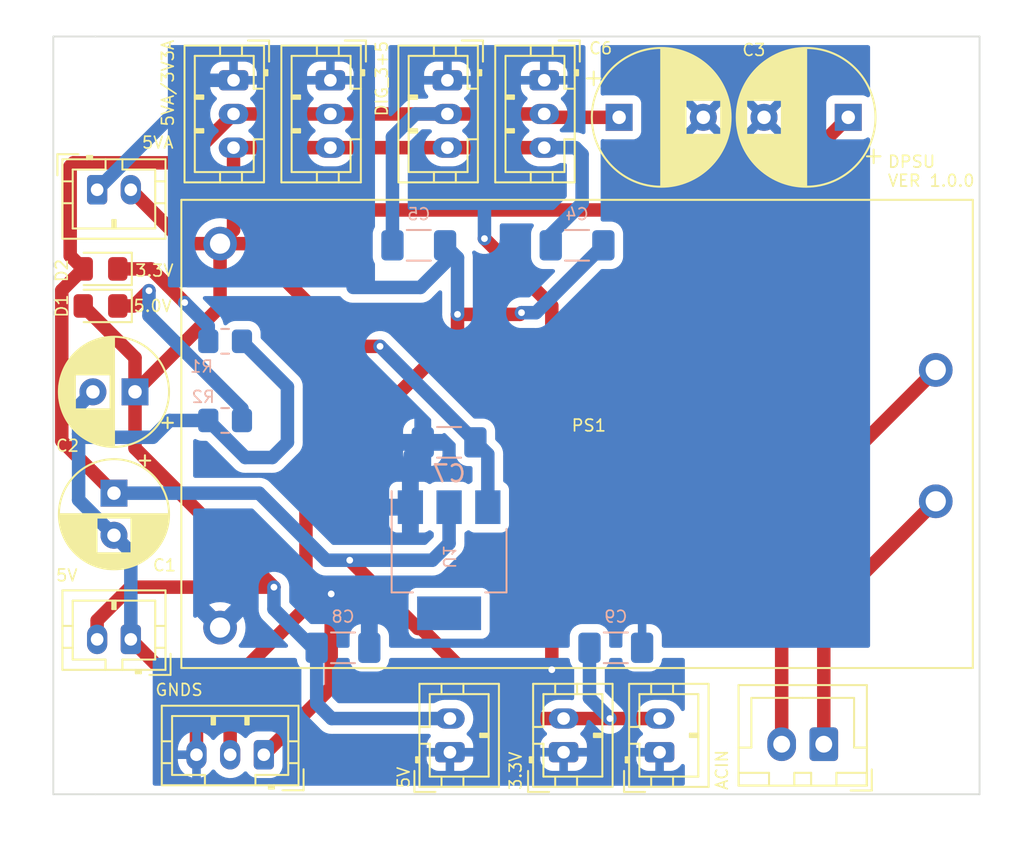
<source format=kicad_pcb>
(kicad_pcb (version 20211014) (generator pcbnew)
  (layers (0 "F.Cu" signal) (31 "B.Cu" signal) (34 "B.Paste" user) (35 "F.Paste" user) (36 "B.SilkS" user "B.Silkscreen") (37 "F.SilkS" user "F.Silkscreen") (38 "B.Mask" user) (39 "F.Mask" user) (44 "Edge.Cuts" user))
  (net 0 "")
  (net 1 "5V")
  (net 2 "VNEG")
  (net 3 "VIN")
  (net 4 "3V3")
  (net 5 "Net-(D2-Pad1)")
  (net 6 "Net-(D1-Pad1)")
  (net 7 "AGND")
  (net 8 "GND")
  (net 9 "PGND")
  (footprint "Connector_JST:JST_PH_B2B-PH-K_1x02_P2.00mm_Vertical" (layer "F.Cu") (at 134.6 105.8 180)
    (fp_text reference "DIG1" hide)
    (fp_text value "Conn_01x02_Male")
    (pad "1" thru_hole roundrect (at 0 0 180) (size 1.2 1.75) (drill 0.75) (layers *.Cu *.Mask) (roundrect_rratio 0.2083333333) (net 8 "GND"))
    (pad "2" thru_hole oval (at 2 0 180) (size 1.2 1.75) (drill 0.75) (layers *.Cu *.Mask) (net 1 "5V"))
  )
  (footprint "LED_SMD:LED_0805_2012Metric_Pad1.15x1.40mm_HandSolder" (layer "F.Cu") (at 132.8 83.8 180)
    (fp_text reference "D2" (at 2.3 -0.1 90 unlocked) (layer "F.SilkS") (effects (font (size 0.7 0.7) (thickness 0.1))))
    (fp_text value "GREEN")
    (pad "1" smd roundrect (at -1.025 0 180) (size 1.15 1.4) (layers "F.Cu" "F.Paste" "F.Mask") (roundrect_rratio 0.2173913043) (net 5 "Net-(D2-Pad1)"))
    (pad "2" smd roundrect (at 1.025 0 180) (size 1.15 1.4) (layers "F.Cu" "F.Paste" "F.Mask") (roundrect_rratio 0.2173913043) (net 4 "3V3"))
  )
  (footprint "MountingHole:MountingHole_3.2mm_M3" (layer "F.Cu") (at 182.5 72.5)
    (fp_text reference "H1" hide)
    (fp_text value "MountingHole")
    (pad "" np_thru_hole circle (at 0 0) (size 3.2 3.2) (drill 3.2) (layers *.Cu *.Mask))
  )
  (footprint "MountingHole:MountingHole_3.2mm_M3" (layer "F.Cu") (at 132.5 112.5)
    (fp_text reference "H2" hide)
    (fp_text value "MountingHole")
    (pad "" np_thru_hole circle (at 0 0) (size 3.2 3.2) (drill 3.2) (layers *.Cu *.Mask))
  )
  (footprint "Connector_JST:JST_PH_B3B-PH-K_1x03_P2.00mm_Vertical" (layer "F.Cu") (at 153.4 72.6 -90)
    (fp_text reference "ANAL4" hide)
    (fp_text value "Conn_01x03_Male")
    (pad "1" thru_hole roundrect (at 0 0 270) (size 1.2 1.75) (drill 0.75) (layers *.Cu *.Mask) (roundrect_rratio 0.2083333333) (net 8 "GND"))
    (pad "2" thru_hole oval (at 2 0 270) (size 1.2 1.75) (drill 0.75) (layers *.Cu *.Mask) (net 4 "3V3"))
    (pad "3" thru_hole oval (at 4 0 270) (size 1.2 1.75) (drill 0.75) (layers *.Cu *.Mask) (net 1 "5V"))
  )
  (footprint "Connector_JST:JST_PH_B3B-PH-K_1x03_P2.00mm_Vertical" (layer "F.Cu") (at 140.7 72.6 -90)
    (fp_text reference "ANAL3" hide)
    (fp_text value "Conn_01x03_Male")
    (pad "1" thru_hole roundrect (at 0 0 270) (size 1.2 1.75) (drill 0.75) (layers *.Cu *.Mask) (roundrect_rratio 0.2083333333) (net 7 "AGND"))
    (pad "2" thru_hole oval (at 2 0 270) (size 1.2 1.75) (drill 0.75) (layers *.Cu *.Mask) (net 4 "3V3"))
    (pad "3" thru_hole oval (at 4 0 270) (size 1.2 1.75) (drill 0.75) (layers *.Cu *.Mask) (net 1 "5V"))
  )
  (footprint "Connector_JST:JST_PH_B2B-PH-K_1x02_P2.00mm_Vertical" (layer "F.Cu") (at 153.55 112.5 90)
    (fp_text reference "DIG5" hide)
    (fp_text value "Conn_01x02_Male")
    (pad "1" thru_hole roundrect (at 0 0 90) (size 1.2 1.75) (drill 0.75) (layers *.Cu *.Mask) (roundrect_rratio 0.2083333333) (net 8 "GND"))
    (pad "2" thru_hole oval (at 2 0 90) (size 1.2 1.75) (drill 0.75) (layers *.Cu *.Mask) (net 1 "5V"))
  )
  (footprint "Connector_JST:JST_PH_B2B-PH-K_1x02_P2.00mm_Vertical" (layer "F.Cu") (at 166 112.5 90)
    (fp_text reference "DIG2" hide)
    (fp_text value "Conn_01x02_Male")
    (pad "1" thru_hole roundrect (at 0 0 90) (size 1.2 1.75) (drill 0.75) (layers *.Cu *.Mask) (roundrect_rratio 0.2083333333) (net 8 "GND"))
    (pad "2" thru_hole oval (at 2 0 90) (size 1.2 1.75) (drill 0.75) (layers *.Cu *.Mask) (net 4 "3V3"))
  )
  (footprint "LED_SMD:LED_0805_2012Metric_Pad1.15x1.40mm_HandSolder" (layer "F.Cu") (at 132.8 86 180)
    (fp_text reference "D1" (at 2.3 0 90 unlocked) (layer "F.SilkS") (effects (font (size 0.7 0.7) (thickness 0.1))))
    (fp_text value "BLUE")
    (pad "1" smd roundrect (at -1.025 0 180) (size 1.15 1.4) (layers "F.Cu" "F.Paste" "F.Mask") (roundrect_rratio 0.2173913043) (net 6 "Net-(D1-Pad1)"))
    (pad "2" smd roundrect (at 1.025 0 180) (size 1.15 1.4) (layers "F.Cu" "F.Paste" "F.Mask") (roundrect_rratio 0.2173913043) (net 1 "5V"))
  )
  (footprint "MountingHole:MountingHole_3.2mm_M3" (layer "F.Cu") (at 132.5 72.5)
    (fp_text reference "H4" hide)
    (fp_text value "MountingHole")
    (pad "" np_thru_hole circle (at 0 0) (size 3.2 3.2) (drill 3.2) (layers *.Cu *.Mask))
  )
  (footprint "Capacitor_THT:CP_Radial_D8.0mm_P5.00mm" (layer "F.Cu") (at 177.202651 74.8 180)
    (fp_text reference "C3" (at 5.602651 4 unlocked) (layer "F.SilkS") (effects (font (size 0.7 0.7) (thickness 0.1))))
    (fp_text value "47U")
    (pad "1" thru_hole rect (at 0 0 180) (size 1.6 1.6) (drill 0.8) (layers *.Cu *.Mask) (net 1 "5V"))
    (pad "2" thru_hole circle (at 5 0 180) (size 1.6 1.6) (drill 0.8) (layers *.Cu *.Mask) (net 9 "PGND"))
  )
  (footprint "Connector_JST:JST_PH_B3B-PH-K_1x03_P2.00mm_Vertical" (layer "F.Cu") (at 142.5 112.65 180)
    (fp_text reference "J2" hide)
    (fp_text value "Conn_01x03_Male")
    (pad "1" thru_hole roundrect (at 0 0 180) (size 1.2 1.75) (drill 0.75) (layers *.Cu *.Mask) (roundrect_rratio 0.2083333333) (net 9 "PGND"))
    (pad "2" thru_hole oval (at 2 0 180) (size 1.2 1.75) (drill 0.75) (layers *.Cu *.Mask) (net 7 "AGND"))
    (pad "3" thru_hole oval (at 4 0 180) (size 1.2 1.75) (drill 0.75) (layers *.Cu *.Mask) (net 8 "GND"))
  )
  (footprint "Connector_JST:JST_PH_B3B-PH-K_1x03_P2.00mm_Vertical" (layer "F.Cu") (at 146.45 72.6 -90)
    (fp_text reference "ANAL2" hide)
    (fp_text value "Conn_01x03_Male")
    (pad "1" thru_hole roundrect (at 0 0 270) (size 1.2 1.75) (drill 0.75) (layers *.Cu *.Mask) (roundrect_rratio 0.2083333333) (net 7 "AGND"))
    (pad "2" thru_hole oval (at 2 0 270) (size 1.2 1.75) (drill 0.75) (layers *.Cu *.Mask) (net 4 "3V3"))
    (pad "3" thru_hole oval (at 4 0 270) (size 1.2 1.75) (drill 0.75) (layers *.Cu *.Mask) (net 1 "5V"))
  )
  (footprint "Capacitor_THT:CP_Radial_D8.0mm_P5.00mm" (layer "F.Cu") (at 163.597349 74.8)
    (fp_text reference "C6" (at -1.097349 -4.1 unlocked) (layer "F.SilkS") (effects (font (size 0.7 0.7) (thickness 0.1))))
    (fp_text value "47U")
    (pad "1" thru_hole rect (at 0 0) (size 1.6 1.6) (drill 0.8) (layers *.Cu *.Mask) (net 4 "3V3"))
    (pad "2" thru_hole circle (at 5 0) (size 1.6 1.6) (drill 0.8) (layers *.Cu *.Mask) (net 9 "PGND"))
  )
  (footprint "Connector_JST:JST_XH_B2B-XH-A_1x02_P2.50mm_Vertical" (layer "F.Cu") (at 175.75 112.025 180)
    (fp_text reference "J1" hide)
    (fp_text value "Conn_01x02_Male" hide)
    (pad "1" thru_hole roundrect (at 0 0 180) (size 1.7 2) (drill 1) (layers *.Cu *.Mask) (roundrect_rratio 0.1470588235) (net 3 "VIN"))
    (pad "2" thru_hole oval (at 2.5 0 180) (size 1.7 2) (drill 1) (layers *.Cu *.Mask) (net 2 "VNEG"))
  )
  (footprint "Connector_JST:JST_PH_B3B-PH-K_1x03_P2.00mm_Vertical" (layer "F.Cu") (at 159.15 72.6 -90)
    (fp_text reference "ANAL5" hide)
    (fp_text value "Conn_01x03_Male")
    (pad "1" thru_hole roundrect (at 0 0 270) (size 1.2 1.75) (drill 0.75) (layers *.Cu *.Mask) (roundrect_rratio 0.2083333333) (net 8 "GND"))
    (pad "2" thru_hole oval (at 2 0 270) (size 1.2 1.75) (drill 0.75) (layers *.Cu *.Mask) (net 4 "3V3"))
    (pad "3" thru_hole oval (at 4 0 270) (size 1.2 1.75) (drill 0.75) (layers *.Cu *.Mask) (net 1 "5V"))
  )
  (footprint "Capacitor_THT:CP_Radial_D6.3mm_P2.50mm" (layer "F.Cu") (at 133.6 97.117621 -90)
    (fp_text reference "C1" (at 4.282379 -3 unlocked) (layer "F.SilkS") (effects (font (size 0.7 0.7) (thickness 0.1))))
    (fp_text value "47U")
    (pad "1" thru_hole rect (at 0 0 270) (size 1.6 1.6) (drill 0.8) (layers *.Cu *.Mask) (net 4 "3V3"))
    (pad "2" thru_hole circle (at 2.5 0 270) (size 1.6 1.6) (drill 0.8) (layers *.Cu *.Mask) (net 8 "GND"))
  )
  (footprint "Connector_JST:JST_PH_B2B-PH-K_1x02_P2.00mm_Vertical" (layer "F.Cu") (at 132.6 79.1)
    (fp_text reference "ANAL1" hide)
    (fp_text value "Conn_01x02_Male")
    (pad "1" thru_hole roundrect (at 0 0) (size 1.2 1.75) (drill 0.75) (layers *.Cu *.Mask) (roundrect_rratio 0.2083333333) (net 7 "AGND"))
    (pad "2" thru_hole oval (at 2 0) (size 1.2 1.75) (drill 0.75) (layers *.Cu *.Mask) (net 1 "5V"))
  )
  (footprint "Capacitor_THT:CP_Radial_D6.3mm_P2.50mm" (layer "F.Cu") (at 134.85 91.1 180)
    (fp_text reference "C2" (at 4.011 -3.2 unlocked) (layer "F.SilkS") (effects (font (size 0.7 0.7) (thickness 0.1))))
    (fp_text value "47U")
    (pad "1" thru_hole rect (at 0 0 180) (size 1.6 1.6) (drill 0.8) (layers *.Cu *.Mask) (net 1 "5V"))
    (pad "2" thru_hole circle (at 2.5 0 180) (size 1.6 1.6) (drill 0.8) (layers *.Cu *.Mask) (net 8 "GND"))
  )
  (footprint "MountingHole:MountingHole_3.2mm_M3" (layer "F.Cu") (at 182.5 112.5)
    (fp_text reference "H3" hide)
    (fp_text value "MountingHole")
    (pad "" np_thru_hole circle (at 0 0) (size 3.2 3.2) (drill 3.2) (layers *.Cu *.Mask))
  )
  (footprint "Transformer_THT:HLK-10M05 10W 5V DC" (layer "F.Cu") (at 157.4 93.7 180)
    (fp_text reference "PS1" (at -4.4 0.6 unlocked) (layer "F.SilkS") (effects (font (size 0.7 0.7) (thickness 0.1))))
    (fp_text value "HLK-10M05")
    (pad "1" thru_hole circle (at -25 -3.9 180) (size 2 2) (drill 1.2) (layers *.Cu *.Mask) (net 3 "VIN"))
    (pad "2" thru_hole circle (at -25 3.9 180) (size 2 2) (drill 1.2) (layers *.Cu *.Mask) (net 2 "VNEG"))
    (pad "3" thru_hole circle (at 17.5 -11.4 180) (size 2 2) (drill 1.2) (layers *.Cu *.Mask) (net 9 "PGND"))
    (pad "4" thru_hole circle (at 17.5 11.4 180) (size 2 2) (drill 1.2) (layers *.Cu *.Mask) (net 1 "5V"))
  )
  (footprint "Connector_JST:JST_PH_B2B-PH-K_1x02_P2.00mm_Vertical" (layer "F.Cu") (at 160.3 112.5 90)
    (fp_text reference "DIG4" hide)
    (fp_text value "Conn_01x02_Male")
    (pad "1" thru_hole roundrect (at 0 0 90) (size 1.2 1.75) (drill 0.75) (layers *.Cu *.Mask) (roundrect_rratio 0.2083333333) (net 8 "GND"))
    (pad "2" thru_hole oval (at 2 0 90) (size 1.2 1.75) (drill 0.75) (layers *.Cu *.Mask) (net 4 "3V3"))
  )
  (footprint "Capacitor_SMD:C_1206_3216Metric_Pad1.33x1.80mm_HandSolder" (layer "B.Cu") (at 161.1 82.4 180)
    (fp_text reference "C4" (at 0 1.85 unlocked) (layer "B.SilkS") (effects (font (size 0.7 0.7) (thickness 0.1)) (justify mirror)))
    (fp_text value "10u")
    (pad "1" smd roundrect (at -1.5625 0 180) (size 1.325 1.8) (layers "B.Cu" "B.Paste" "B.Mask") (roundrect_rratio 0.1886792453) (net 7 "AGND"))
    (pad "2" smd roundrect (at 1.5625 0 180) (size 1.325 1.8) (layers "B.Cu" "B.Paste" "B.Mask") (roundrect_rratio 0.1886792453) (net 1 "5V"))
  )
  (footprint "Package_TO_SOT_SMD:SOT-223" (layer "B.Cu") (at 153.5 101.1 -90)
    (fp_text reference "U1" (at -0.2 0 -90 unlocked) (layer "B.SilkS") (effects (font (size 0.7 0.7) (thickness 0.1)) (justify mirror)))
    (fp_text value "AZ1117-3.3")
    (pad "1" smd rect (at -3.15 2.3 270) (size 2 1.5) (layers "B.Cu" "B.Paste" "B.Mask") (net 9 "PGND"))
    (pad "2" smd rect (at -3.15 0 270) (size 2 1.5) (layers "B.Cu" "B.Paste" "B.Mask") (net 4 "3V3"))
    (pad "3" smd rect (at -3.15 -2.3 270) (size 2 1.5) (layers "B.Cu" "B.Paste" "B.Mask") (net 1 "5V"))
    (pad "4" smd rect (at 3.15 0 270) (size 2 3.8) (layers "B.Cu" "B.Paste" "B.Mask"))
  )
  (footprint "Resistor_SMD:R_0805_2012Metric_Pad1.20x1.40mm_HandSolder" (layer "B.Cu") (at 140.2 88.1)
    (fp_text reference "R1" (at -1.4 1.5 unlocked) (layer "B.SilkS") (effects (font (size 0.7 0.7) (thickness 0.1)) (justify mirror)))
    (fp_text value "30R")
    (pad "1" smd roundrect (at -1 0) (size 1.2 1.4) (layers "B.Cu" "B.Paste" "B.Mask") (roundrect_rratio 0.2083333333) (net 5 "Net-(D2-Pad1)"))
    (pad "2" smd roundrect (at 1 0) (size 1.2 1.4) (layers "B.Cu" "B.Paste" "B.Mask") (roundrect_rratio 0.2083333333) (net 8 "GND"))
  )
  (footprint "Capacitor_SMD:C_1206_3216Metric_Pad1.33x1.80mm_HandSolder" (layer "B.Cu") (at 153.5 94.1)
    (fp_text reference "C7" (at 0 1.85 180) (layer "B.SilkS") (effects (justify mirror)))
    (fp_text value "10u")
    (pad "1" smd roundrect (at -1.5625 0) (size 1.325 1.8) (layers "B.Cu" "B.Paste" "B.Mask") (roundrect_rratio 0.1886792453) (net 9 "PGND"))
    (pad "2" smd roundrect (at 1.5625 0) (size 1.325 1.8) (layers "B.Cu" "B.Paste" "B.Mask") (roundrect_rratio 0.1886792453) (net 1 "5V"))
  )
  (footprint "Capacitor_SMD:C_1206_3216Metric_Pad1.33x1.80mm_HandSolder" (layer "B.Cu") (at 163.4 106.3 180)
    (fp_text reference "C9" (at 0 1.85 unlocked) (layer "B.SilkS") (effects (font (size 0.7 0.7) (thickness 0.1)) (justify mirror)))
    (fp_text value "10u")
    (pad "1" smd roundrect (at -1.5625 0 180) (size 1.325 1.8) (layers "B.Cu" "B.Paste" "B.Mask") (roundrect_rratio 0.1886792453) (net 9 "PGND"))
    (pad "2" smd roundrect (at 1.5625 0 180) (size 1.325 1.8) (layers "B.Cu" "B.Paste" "B.Mask") (roundrect_rratio 0.1886792453) (net 4 "3V3"))
  )
  (footprint "Capacitor_SMD:C_1206_3216Metric_Pad1.33x1.80mm_HandSolder" (layer "B.Cu") (at 147.2 106.3 180)
    (fp_text reference "C8" (at 0 1.85 unlocked) (layer "B.SilkS") (effects (font (size 0.7 0.7) (thickness 0.1)) (justify mirror)))
    (fp_text value "10u")
    (pad "1" smd roundrect (at -1.5625 0 180) (size 1.325 1.8) (layers "B.Cu" "B.Paste" "B.Mask") (roundrect_rratio 0.1886792453) (net 9 "PGND"))
    (pad "2" smd roundrect (at 1.5625 0 180) (size 1.325 1.8) (layers "B.Cu" "B.Paste" "B.Mask") (roundrect_rratio 0.1886792453) (net 1 "5V"))
  )
  (footprint "Capacitor_SMD:C_1206_3216Metric_Pad1.33x1.80mm_HandSolder" (layer "B.Cu") (at 151.7 82.4 180)
    (fp_text reference "C5" (at 0 1.85 unlocked) (layer "B.SilkS") (effects (font (size 0.7 0.7) (thickness 0.1)) (justify mirror)))
    (fp_text value "10u")
    (pad "1" smd roundrect (at -1.5625 0 180) (size 1.325 1.8) (layers "B.Cu" "B.Paste" "B.Mask") (roundrect_rratio 0.1886792453) (net 7 "AGND"))
    (pad "2" smd roundrect (at 1.5625 0 180) (size 1.325 1.8) (layers "B.Cu" "B.Paste" "B.Mask") (roundrect_rratio 0.1886792453) (net 4 "3V3"))
  )
  (footprint "Resistor_SMD:R_0805_2012Metric_Pad1.20x1.40mm_HandSolder" (layer "B.Cu") (at 140.2 92.8 180)
    (fp_text reference "R2" (at 1.3 1.4 unlocked) (layer "B.SilkS") (effects (font (size 0.7 0.7) (thickness 0.1)) (justify mirror)))
    (fp_text value "70R")
    (pad "1" smd roundrect (at -1 0 180) (size 1.2 1.4) (layers "B.Cu" "B.Paste" "B.Mask") (roundrect_rratio 0.2083333333) (net 6 "Net-(D1-Pad1)"))
    (pad "2" smd roundrect (at 1 0 180) (size 1.2 1.4) (layers "B.Cu" "B.Paste" "B.Mask") (roundrect_rratio 0.2083333333) (net 8 "GND"))
  )
  (gr_line (start 132.5 115) (end 130 115) (layer "Edge.Cuts") (width 0.1))
  (gr_line (start 185 115) (end 132.5 115) (layer "Edge.Cuts") (width 0.1))
  (gr_line (start 132.5 70) (end 185 70) (layer "Edge.Cuts") (width 0.1))
  (gr_line (start 130 70) (end 132.5 70) (layer "Edge.Cuts") (width 0.1))
  (gr_line (start 130 70) (end 130 115) (layer "Edge.Cuts") (width 0.1))
  (gr_line (start 185 70) (end 185 115) (layer "Edge.Cuts") (width 0.1))
  (gr_text "5VA/3V3A" (at 136.8 75.4 90) (layer "F.SilkS") (effects (font (size 0.7 0.7) (thickness 0.1)) (justify left)))
  (gr_text "ACIN" (at 169.7 114.8 90) (layer "F.SilkS") (effects (font (size 0.7 0.7) (thickness 0.1)) (justify left)))
  (gr_text "3.3V\n" (at 157.45 114.8 90) (layer "F.SilkS") (effects (font (size 0.7 0.7) (thickness 0.1)) (justify left)))
  (gr_text "5.0V" (at 137.1 86) (layer "F.SilkS") (effects (font (size 0.7 0.7) (thickness 0.1)) (justify right)))
  (gr_text "DPSU\nVER 1.0.0" (at 179.5 78) (layer "F.SilkS") (effects (font (size 0.7 0.7) (thickness 0.1)) (justify left)))
  (gr_text "3.3V" (at 137.2 83.9) (layer "F.SilkS") (effects (font (size 0.7 0.7) (thickness 0.1)) (justify right)))
  (gr_text "5V" (at 130.1 102) (layer "F.SilkS") (effects (font (size 0.7 0.7) (thickness 0.1)) (justify left)))
  (gr_text "GNDS\n" (at 136 108.8) (layer "F.SilkS") (effects (font (size 0.7 0.7) (thickness 0.1)) (justify left)))
  (gr_text "DIG_3+5" (at 149.5 70.2 90) (layer "F.SilkS") (effects (font (size 0.7 0.7) (thickness 0.1)) (justify right)))
  (gr_text "5VA" (at 135.2 76.3) (layer "F.SilkS") (effects (font (size 0.7 0.7) (thickness 0.1)) (justify left)))
  (gr_text "5V" (at 150.8 114.7 90) (layer "F.SilkS") (effects (font (size 0.7 0.7) (thickness 0.1)) (justify left)))
  (segment (start 134.85 91.1) (end 134.85 94.45) (width 0.8) (layer "F.Cu") (net 1))
  (segment (start 143.6 80.3) (end 141.6 82.3) (width 0.8) (layer "F.Cu") (net 1))
  (segment (start 140.7 81.5) (end 139.9 82.3) (width 0.8) (layer "F.Cu") (net 1))
  (segment (start 146.45 76.6) (end 140.7 76.6) (width 0.8) (layer "F.Cu") (net 1))
  (segment (start 140.7 76.6) (end 140.7 81.5) (width 0.8) (layer "F.Cu") (net 1))
  (segment (start 139.9 82.3) (end 137.8 82.3) (width 0.8) (layer "F.Cu") (net 1))
  (segment (start 134.575 102.7) (end 143.1 102.7) (width 0.8) (layer "F.Cu") (net 1))
  (segment (start 134.85 91.1) (end 139.9 86.05) (width 0.8) (layer "F.Cu") (net 1))
  (segment (start 141.6 82.3) (end 147.7 88.4) (width 0.8) (layer "F.Cu") (net 1))
  (segment (start 153.4 76.6) (end 146.45 76.6) (width 0.8) (layer "F.Cu") (net 1))
  (segment (start 132.6 105.8) (end 132.6 104.675) (width 0.8) (layer "F.Cu") (net 1))
  (segment (start 134.85 91.1) (end 134.85 89.075) (width 0.8) (layer "F.Cu") (net 1))
  (segment (start 134.85 94.45) (end 143.1 102.7) (width 0.8) (layer "F.Cu") (net 1))
  (segment (start 134.85 89.075) (end 131.775 86) (width 0.8) (layer "F.Cu") (net 1))
  (segment (start 139.9 86.05) (end 139.9 82.3) (width 0.8) (layer "F.Cu") (net 1))
  (segment (start 147.7 88.4) (end 149.4 88.4) (width 0.8) (layer "F.Cu") (net 1))
  (segment (start 137.8 82.3) (end 134.6 79.1) (width 0.8) (layer "F.Cu") (net 1))
  (segment (start 171.702651 80.3) (end 143.6 80.3) (width 0.8) (layer "F.Cu") (net 1))
  (segment (start 132.6 104.675) (end 134.575 102.7) (width 0.8) (layer "F.Cu") (net 1))
  (segment (start 141.6 82.3) (end 139.9 82.3) (width 0.8) (layer "F.Cu") (net 1))
  (segment (start 159.15 76.6) (end 153.4 76.6) (width 0.8) (layer "F.Cu") (net 1))
  (segment (start 177.202651 74.8) (end 171.702651 80.3) (width 0.8) (layer "F.Cu") (net 1))
  (via (at 143.1 102.7) (size 0.8) (drill 0.4) (layers "F.Cu" "B.Cu") (net 1))
  (via (at 149.4 88.4) (size 0.8) (drill 0.4) (layers "F.Cu" "B.Cu") (net 1))
  (segment (start 146.525 110.5) (end 153.55 110.5) (width 0.8) (layer "B.Cu") (net 1))
  (segment (start 161 76.6) (end 159.15 76.6) (width 0.8) (layer "B.Cu") (net 1))
  (segment (start 161.4 79.9) (end 161.4 77) (width 0.8) (layer "B.Cu") (net 1))
  (segment (start 143.1 104) (end 143.1 102.7) (width 0.8) (layer "B.Cu") (net 1))
  (segment (start 161.4 77) (end 161 76.6) (width 0.8) (layer "B.Cu") (net 1))
  (segment (start 159.5375 82.4) (end 159.5375 81.7625) (width 0.8) (layer "B.Cu") (net 1))
  (segment (start 155.8 94.8) (end 149.4 88.4) (width 0.8) (layer "B.Cu") (net 1))
  (segment (start 145.6375 106.3) (end 145.6375 109.6125) (width 0.8) (layer "B.Cu") (net 1))
  (segment (start 155.8 97.95) (end 155.8 94.8) (width 0.8) (layer "B.Cu") (net 1))
  (segment (start 159.5375 81.7625) (end 161.4 79.9) (width 0.8) (layer "B.Cu") (net 1))
  (segment (start 145.6375 109.6125) (end 146.525 110.5) (width 0.8) (layer "B.Cu") (net 1))
  (segment (start 145.4 106.3) (end 143.1 104) (width 0.8) (layer "B.Cu") (net 1))
  (segment (start 173.25 98.95) (end 173.25 111.65) (width 0.8) (layer "F.Cu") (net 2))
  (segment (start 182.4 89.8) (end 173.25 98.95) (width 0.8) (layer "F.Cu") (net 2))
  (segment (start 175.75 104.25) (end 182.4 97.6) (width 0.8) (layer "F.Cu") (net 3))
  (segment (start 175.75 112.025) (end 175.75 104.25) (width 0.8) (layer "F.Cu") (net 3))
  (segment (start 163.05 110.5) (end 165.9 110.5) (width 0.8) (layer "F.Cu") (net 4))
  (segment (start 153.4 74.6) (end 146.45 74.6) (width 0.8) (layer "F.Cu") (net 4))
  (segment (start 131.775 83.8) (end 130.5 85.075) (width 0.8) (layer "F.Cu") (net 4))
  (segment (start 140.7 74.6) (end 137.8 77.5) (width 0.8) (layer "F.Cu") (net 4))
  (segment (start 159.15 74.6) (end 153.4 74.6) (width 0.8) (layer "F.Cu") (net 4))
  (segment (start 147.6 101.1) (end 151.65 105.15) (width 0.8) (layer "F.Cu") (net 4))
  (segment (start 131 83.025) (end 131.775 83.8) (width 0.8) (layer "F.Cu") (net 4))
  (segment (start 151.65 105.15) (end 151.85 105.15) (width 0.8) (layer "F.Cu") (net 4))
  (segment (start 146.45 74.6) (end 140.7 74.6) (width 0.8) (layer "F.Cu") (net 4))
  (segment (start 151.85 105.15) (end 157.2 110.5) (width 0.8) (layer "F.Cu") (net 4))
  (segment (start 157.2 110.5) (end 163.05 110.5) (width 0.8) (layer "F.Cu") (net 4))
  (segment (start 130.5 85.075) (end 130.5 94.017621) (width 0.8) (layer "F.Cu") (net 4))
  (segment (start 131 77.7) (end 131 83.025) (width 0.8) (layer "F.Cu") (net 4))
  (segment (start 163.597349 74.8) (end 159.35 74.8) (width 0.8) (layer "F.Cu") (net 4))
  (segment (start 131.2 77.5) (end 131 77.7) (width 0.8) (layer "F.Cu") (net 4))
  (segment (start 137.8 77.5) (end 131.2 77.5) (width 0.8) (layer "F.Cu") (net 4))
  (segment (start 130.5 94.017621) (end 133.6 97.117621) (width 0.8) (layer "F.Cu") (net 4))
  (via (at 163.05 110.5) (size 0.8) (drill 0.4) (layers "F.Cu" "B.Cu") (net 4))
  (via (at 147.6 101.1) (size 0.8) (drill 0.4) (layers "F.Cu" "B.Cu") (net 4))
  (segment (start 161.8375 109.2875) (end 163.05 110.5) (width 0.8) (layer "B.Cu") (net 4))
  (segment (start 142.217621 97.117621) (end 133.6 97.117621) (width 0.8) (layer "B.Cu") (net 4))
  (segment (start 146.2 101.1) (end 142.217621 97.117621) (width 0.8) (layer "B.Cu") (net 4))
  (segment (start 150.1375 82.4) (end 150.1375 75.9625) (width 0.8) (layer "B.Cu") (net 4))
  (segment (start 151.5 74.6) (end 153.4 74.6) (width 0.8) (layer "B.Cu") (net 4))
  (segment (start 150.1375 75.9625) (end 151.5 74.6) (width 0.8) (layer "B.Cu") (net 4))
  (segment (start 153.5 97.95) (end 153.5 100.1) (width 0.8) (layer "B.Cu") (net 4))
  (segment (start 153.5 100.1) (end 152.5 101.1) (width 0.8) (layer "B.Cu") (net 4))
  (segment (start 161.8375 106.3) (end 161.8375 109.2875) (width 0.8) (layer "B.Cu") (net 4))
  (segment (start 152.5 101.1) (end 146.2 101.1) (width 0.8) (layer "B.Cu") (net 4))
  (segment (start 135.8 83.8) (end 133.825 83.8) (width 0.8) (layer "F.Cu") (net 5))
  (segment (start 137.8 85.8) (end 135.8 83.8) (width 0.8) (layer "F.Cu") (net 5))
  (via (at 137.8 85.8) (size 0.8) (drill 0.4) (layers "F.Cu" "B.Cu") (net 5))
  (segment (start 139.2 88.1) (end 139.2 87.2) (width 0.8) (layer "B.Cu") (net 5))
  (segment (start 139.2 87.2) (end 137.8 85.8) (width 0.8) (layer "B.Cu") (net 5))
  (segment (start 133.825 86) (end 134.770646 86) (width 0.8) (layer "F.Cu") (net 6))
  (segment (start 134.770646 86) (end 135.678569 85.092077) (width 0.8) (layer "F.Cu") (net 6))
  (via (at 135.678569 85.092077) (size 0.8) (drill 0.4) (layers "F.Cu" "B.Cu") (net 6))
  (segment (start 141.2 92.102082) (end 135.678569 86.580651) (width 0.8) (layer "B.Cu") (net 6))
  (segment (start 141.2 92.8) (end 141.2 92.102082) (width 0.8) (layer "B.Cu") (net 6))
  (segment (start 135.678569 86.580651) (end 135.678569 85.092077) (width 0.8) (layer "B.Cu") (net 6))
  (segment (start 148.3 92.1) (end 149.6 92.1) (width 0.8) (layer "F.Cu") (net 7))
  (segment (start 154 87.7) (end 154 86.5) (width 0.8) (layer "F.Cu") (net 7))
  (segment (start 154 86.5) (end 157.7 86.5) (width 0.8) (layer "F.Cu") (net 7))
  (segment (start 140.5 108.4) (end 145 103.9) (width 0.8) (layer "F.Cu") (net 7))
  (segment (start 145 103.9) (end 145 95.4) (width 0.8) (layer "F.Cu") (net 7))
  (segment (start 149.6 92.1) (end 154 87.7) (width 0.8) (layer "F.Cu") (net 7))
  (segment (start 145 95.4) (end 148.3 92.1) (width 0.8) (layer "F.Cu") (net 7))
  (segment (start 140.5 112.65) (end 140.5 108.4) (width 0.8) (layer "F.Cu") (net 7))
  (segment (start 157.7 86.5) (end 157.8 86.4) (width 0.8) (layer "F.Cu") (net 7))
  (via (at 154 86.5) (size 0.8) (drill 0.4) (layers "F.Cu" "B.Cu") (net 7))
  (via (at 157.8 86.4) (size 0.8) (drill 0.4) (layers "F.Cu" "B.Cu") (net 7))
  (segment (start 157.8 86.4) (end 158.6625 86.4) (width 0.8) (layer "B.Cu") (net 7))
  (segment (start 151.8 84.9) (end 147.8 84.9) (width 0.8) (layer "B.Cu") (net 7))
  (segment (start 153.2625 82.4) (end 153.2625 83.4375) (width 0.8) (layer "B.Cu") (net 7))
  (segment (start 139.1 72.6) (end 140.7 72.6) (width 0.8) (layer "B.Cu") (net 7))
  (segment (start 154 83.1375) (end 153.2625 82.4) (width 0.8) (layer "B.Cu") (net 7))
  (segment (start 132.6 79.1) (end 139.1 72.6) (width 0.8) (layer "B.Cu") (net 7))
  (segment (start 158.6625 86.4) (end 162.6625 82.4) (width 0.8) (layer "B.Cu") (net 7))
  (segment (start 153.2625 83.4375) (end 151.8 84.9) (width 0.8) (layer "B.Cu") (net 7))
  (segment (start 154 86.5) (end 154 83.1375) (width 0.8) (layer "B.Cu") (net 7))
  (segment (start 159.6 86) (end 159.6 107.6) (width 0.8) (layer "F.Cu") (net 8))
  (segment (start 138.5 109.7) (end 134.6 105.8) (width 0.8) (layer "F.Cu") (net 8))
  (segment (start 138.5 112.65) (end 138.5 109.7) (width 0.8) (layer "F.Cu") (net 8))
  (segment (start 155.6 82) (end 159.6 86) (width 0.8) (layer "F.Cu") (net 8))
  (via (at 159.6 107.6) (size 0.8) (drill 0.4) (layers "F.Cu" "B.Cu") (net 8))
  (via (at 155.6 82) (size 0.8) (drill 0.4) (layers "F.Cu" "B.Cu") (net 8))
  (segment (start 143.9 94.1) (end 143.9 90.8) (width 0.8) (layer "B.Cu") (net 8))
  (segment (start 134.6 100.617621) (end 133.6 99.617621) (width 0.8) (layer "B.Cu") (net 8))
  (segment (start 143 95) (end 143.9 94.1) (width 0.8) (layer "B.Cu") (net 8))
  (segment (start 139.2 92.8) (end 136.9 92.8) (width 0.8) (layer "B.Cu") (net 8))
  (segment (start 132.35 91.1) (end 131.5 91.95) (width 0.8) (layer "B.Cu") (net 8))
  (segment (start 155.6 79.9) (end 155.6 82) (width 0.8) (layer "B.Cu") (net 8))
  (segment (start 134.6 105.8) (end 134.6 100.617621) (width 0.8) (layer "B.Cu") (net 8))
  (segment (start 131.7 93.8) (end 131.5 93.6) (width 0.8) (layer "B.Cu") (net 8))
  (segment (start 131.5 93.6) (end 131.5 97.517621) (width 0.8) (layer "B.Cu") (net 8))
  (segment (start 131.5 97.517621) (end 133.6 99.617621) (width 0.8) (layer "B.Cu") (net 8))
  (segment (start 141.397918 95) (end 143 95) (width 0.8) (layer "B.Cu") (net 8))
  (segment (start 139.2 92.802082) (end 141.397918 95) (width 0.8) (layer "B.Cu") (net 8))
  (segment (start 136.9 92.8) (end 135.9 93.8) (width 0.8) (layer "B.Cu") (net 8))
  (segment (start 135.9 93.8) (end 131.7 93.8) (width 0.8) (layer "B.Cu") (net 8))
  (segment (start 131.5 91.95) (end 131.5 93.6) (width 0.8) (layer "B.Cu") (net 8))
  (segment (start 143.9 90.8) (end 141.2 88.1) (width 0.8) (layer "B.Cu") (net 8))
  (segment (start 146.5 108.65) (end 146.5 103.1) (width 0.8) (layer "F.Cu") (net 9))
  (segment (start 142.5 112.65) (end 146.5 108.65) (width 0.8) (layer "F.Cu") (net 9))
  (via (at 146.5 103.1) (size 0.8) (drill 0.4) (layers "F.Cu" "B.Cu") (net 9))
  (segment (start 151.2 97.95) (end 151.2 94.8375) (width 0.8) (layer "B.Cu") (net 9))
  (segment (start 151.2 94.8375) (end 151.9375 94.1) (width 0.8) (layer "B.Cu") (net 9))
  (zone (net 8) (net_name "GND") (layer "B.Cu") (connect_pads (clearance 0.508)) (min_thickness 0.254) (fill yes (thermal_gap 0.508) (thermal_bridge_width 0.508))
    (polygon (pts (xy 161.6 80.3) (xy 149.9 80.3) (xy 149.9 69.6) (xy 161.6 69.6)))
  )
  (zone (net 9) (net_name "PGND") (layer "B.Cu") (connect_pads (clearance 0.508)) (min_thickness 0.254) (fill yes (thermal_gap 0.508) (thermal_bridge_width 0.508))
    (polygon (pts (xy 178.5 106.3) (xy 162.5 106.3) (xy 162.5 69.5) (xy 178.5 69.5)))
  )
  (zone (net 8) (net_name "GND") (layer "B.Cu") (connect_pads (clearance 0.508)) (min_thickness 0.254) (fill yes (thermal_gap 0.508) (thermal_bridge_width 0.508))
    (polygon (pts (xy 167.5 115.4) (xy 135.9 115.4) (xy 135.9 106.9) (xy 167.5 106.9)))
  )
  (zone (net 7) (net_name "AGND") (layer "B.Cu") (priority 1) (connect_pads (clearance 0.508)) (min_thickness 0.254) (fill yes (thermal_gap 0.508) (thermal_bridge_width 0.508))
    (polygon (pts (xy 149.1 84.9) (xy 136.8 84.9) (xy 136.8 69.6) (xy 149.1 69.6)))
  )
  (zone (net 9) (net_name "PGND") (layer "B.Cu") (connect_pads (clearance 0.508)) (min_thickness 0.25) (fill yes (thermal_gap 0.508) (thermal_bridge_width 1))
    (polygon (pts (xy 162.7 106.3) (xy 138.3 106.3) (xy 138.3 81.1) (xy 162.7 81.1)))
  )
)
</source>
